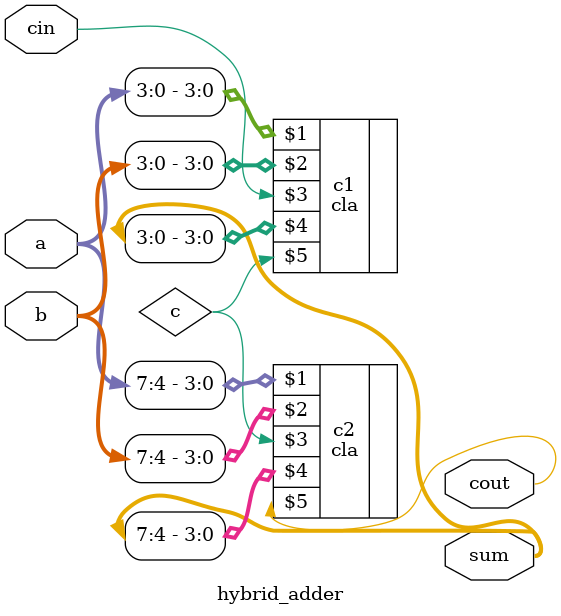
<source format=v>
`timescale 1ns / 1ps


module hybrid_adder(input [7:0] a,input [7:0] b,input cin,output [7:0] sum,output cout);
    wire c;
    cla c1(a[3:0],b[3:0],cin,sum[3:0],c);
    cla c2(a[7:4],b[7:4],c,sum[7:4],cout);
endmodule
</source>
